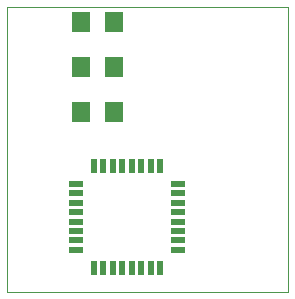
<source format=gtp>
G75*
%MOIN*%
%OFA0B0*%
%FSLAX24Y24*%
%IPPOS*%
%LPD*%
%AMOC8*
5,1,8,0,0,1.08239X$1,22.5*
%
%ADD10C,0.0000*%
%ADD11R,0.0500X0.0220*%
%ADD12R,0.0220X0.0500*%
%ADD13R,0.0630X0.0709*%
D10*
X000535Y000300D02*
X000535Y009796D01*
X009905Y009796D01*
X009905Y000300D01*
X000535Y000300D01*
D11*
X002845Y001698D03*
X002845Y002013D03*
X002845Y002328D03*
X002845Y002643D03*
X002845Y002957D03*
X002845Y003272D03*
X002845Y003587D03*
X002845Y003902D03*
X006225Y003902D03*
X006225Y003587D03*
X006225Y003272D03*
X006225Y002957D03*
X006225Y002643D03*
X006225Y002328D03*
X006225Y002013D03*
X006225Y001698D03*
D12*
X005637Y001110D03*
X005322Y001110D03*
X005008Y001110D03*
X004693Y001110D03*
X004378Y001110D03*
X004063Y001110D03*
X003748Y001110D03*
X003433Y001110D03*
X003433Y004490D03*
X003748Y004490D03*
X004063Y004490D03*
X004378Y004490D03*
X004693Y004490D03*
X005008Y004490D03*
X005322Y004490D03*
X005637Y004490D03*
D13*
X004086Y006300D03*
X002984Y006300D03*
X002984Y007800D03*
X004086Y007800D03*
X004086Y009300D03*
X002984Y009300D03*
M02*

</source>
